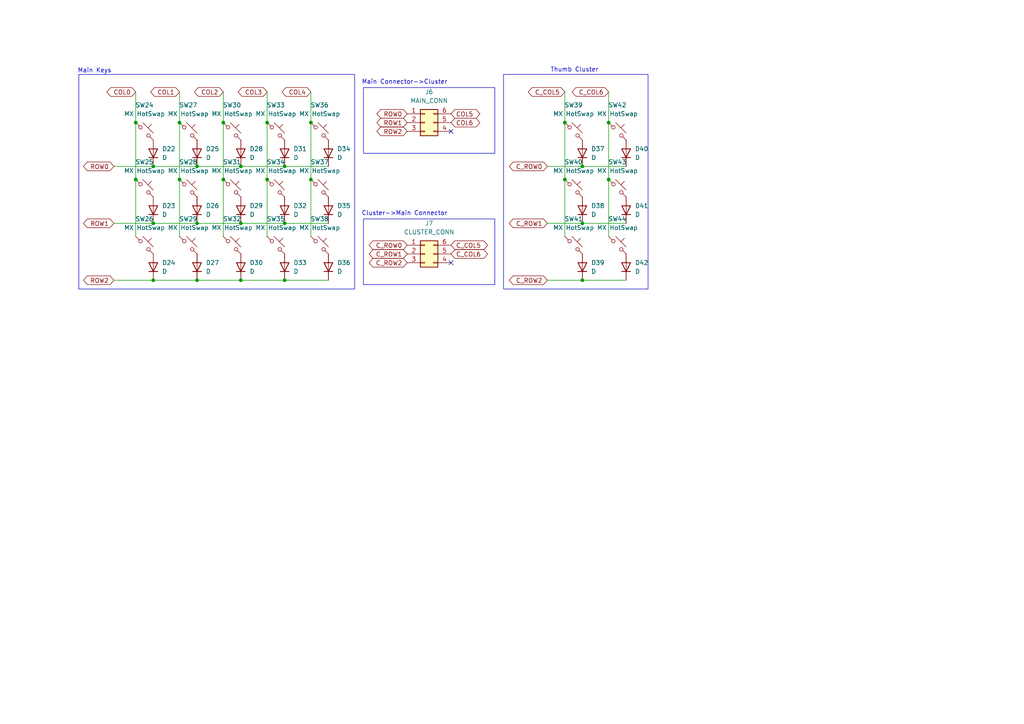
<source format=kicad_sch>
(kicad_sch (version 20250114) (generator "eeschema") (generator_version "9.0")
  (paper "A4")
  (lib_symbols
    (symbol "Connector_Generic:Conn_02x03_Counter_Clockwise" (pin_names (offset 1.016) (hide yes))
      (property "Reference" "J" (at 1.27 5.08 0))
      (property "Value" "Conn_02x03_Counter_Clockwise" (at 1.27 -5.08 0))
      (symbol "Conn_02x03_Counter_Clockwise_1_1"
        (rectangle (start -1.27 3.81) (end 3.81 -3.81) (stroke (width 0.254)) (fill (type background)))
        (rectangle (start -1.27 2.667) (end 0 2.413) (stroke (width 0.1524)))
        (rectangle (start -1.27 0.127) (end 0 -0.127) (stroke (width 0.1524)))
        (rectangle (start -1.27 -2.413) (end 0 -2.667) (stroke (width 0.1524)))
        (rectangle (start 3.81 2.667) (end 2.54 2.413) (stroke (width 0.1524)))
        (rectangle (start 3.81 0.127) (end 2.54 -0.127) (stroke (width 0.1524)))
        (rectangle (start 3.81 -2.413) (end 2.54 -2.667) (stroke (width 0.1524)))
        (pin passive line (at -5.08 2.54 0) (length 3.81) (name "Pin_1") (number "1"))
        (pin passive line (at -5.08 0 0) (length 3.81) (name "Pin_2") (number "2"))
        (pin passive line (at -5.08 -2.54 0) (length 3.81) (name "Pin_3") (number "3"))
        (pin passive line (at 7.62 2.54 180) (length 3.81) (name "Pin_6") (number "6"))
        (pin passive line (at 7.62 0 180) (length 3.81) (name "Pin_5") (number "5"))
        (pin passive line (at 7.62 -2.54 180) (length 3.81) (name "Pin_4") (number "4"))
      )
    )
    (symbol "Device:D" (pin_numbers (hide yes)) (pin_names (offset 1.016) (hide yes))
      (property "Reference" "D" (at 0 2.54 0))
      (property "Value" "D" (at 0 -2.54 0))
      (symbol "D_0_1"
        (polyline (pts (xy -1.27 1.27) (xy -1.27 -1.27)) (stroke (width 0.254)))
        (polyline (pts (xy 1.27 1.27) (xy 1.27 -1.27) (xy -1.27 0) (xy 1.27 1.27)) (stroke (width 0.254)))
        (polyline (pts (xy 1.27 0) (xy -1.27 0)))
      )
      (symbol "D_1_1"
        (pin passive line (at -3.81 0 0) (length 2.54) (name "K") (number "1"))
        (pin passive line (at 3.81 0 180) (length 2.54) (name "A") (number "2"))
      )
    )
    (symbol "Switch:SW_Push_45deg" (pin_numbers (hide yes)) (pin_names (offset 1.016) (hide yes))
      (property "Reference" "SW" (at 3.048 1.016 0))
      (property "Value" "SW_Push_45deg" (at 0 -3.81 0))
      (symbol "SW_Push_45deg_0_1"
        (polyline (pts (xy -2.54 2.54) (xy -1.524 1.524) (xy -1.524 1.524)))
        (circle (center -1.1684 1.1684) (radius 0.508))
        (polyline (pts (xy -0.508 2.54) (xy 2.54 -0.508)))
        (polyline (pts (xy 1.016 1.016) (xy 2.032 2.032)))
        (circle (center 1.143 -1.1938) (radius 0.508))
        (polyline (pts (xy 1.524 -1.524) (xy 2.54 -2.54) (xy 2.54 -2.54) (xy 2.54 -2.54)))
        (pin passive line (at -2.54 2.54 0) (length 0) (name "1") (number "1"))
        (pin passive line (at 2.54 -2.54 180) (length 0) (name "2") (number "2"))
      )
    )
  )
  (rectangle (start 105.41 25.4) (end 143.51 44.45))
  (rectangle (start 22.86 21.59) (end 102.87 83.82))
  (rectangle (start 146.05 21.59) (end 187.96 83.82))
  (rectangle (start 105.41 63.5) (end 143.51 82.55))
  (text "Main Keys\n" (at 27.432 20.574 0) (effects (font (size 1.27 1.27))))
  (text "Cluster->Main Connector" (at 117.348 61.976 0) (effects (font (size 1.27 1.27))))
  (text "Main Connector->Cluster" (at 117.348 23.876 0) (effects (font (size 1.27 1.27))))
  (text "Thumb Cluster" (at 166.624 20.32 0) (effects (font (size 1.27 1.27))))
  (junction (at 39.37 52.07))
  (junction (at 52.07 52.07))
  (junction (at 90.17 35.56))
  (junction (at 57.15 64.77))
  (junction (at 90.17 52.07))
  (junction (at 44.45 48.26))
  (junction (at 77.47 52.07))
  (junction (at 82.55 64.77))
  (junction (at 176.53 35.56))
  (junction (at 82.55 48.26))
  (junction (at 69.85 64.77))
  (junction (at 77.47 35.56))
  (junction (at 176.53 52.07))
  (junction (at 168.91 64.77))
  (junction (at 163.83 52.07))
  (junction (at 168.91 48.26))
  (junction (at 44.45 81.28))
  (junction (at 82.55 81.28))
  (junction (at 52.07 35.56))
  (junction (at 69.85 48.26))
  (junction (at 57.15 48.26))
  (junction (at 168.91 81.28))
  (junction (at 69.85 81.28))
  (junction (at 64.77 35.56))
  (junction (at 39.37 35.56))
  (junction (at 44.45 64.77))
  (junction (at 57.15 81.28))
  (junction (at 163.83 35.56))
  (junction (at 64.77 52.07))
  (no_connect (at 130.81 38.1))
  (no_connect (at 130.81 76.2))
  (wire (pts (xy 82.55 64.77) (xy 95.25 64.77)))
  (wire (pts (xy 163.83 35.56) (xy 163.83 52.07)))
  (wire (pts (xy 52.07 35.56) (xy 52.07 52.07)))
  (wire (pts (xy 57.15 48.26) (xy 69.85 48.26)))
  (wire (pts (xy 39.37 35.56) (xy 39.37 52.07)))
  (wire (pts (xy 90.17 26.67) (xy 90.17 35.56)))
  (wire (pts (xy 163.83 52.07) (xy 163.83 68.58)))
  (wire (pts (xy 90.17 52.07) (xy 90.17 68.58)))
  (wire (pts (xy 176.53 35.56) (xy 176.53 52.07)))
  (wire (pts (xy 44.45 48.26) (xy 57.15 48.26)))
  (wire (pts (xy 39.37 26.67) (xy 39.37 35.56)))
  (wire (pts (xy 158.75 81.28) (xy 168.91 81.28)))
  (wire (pts (xy 44.45 81.28) (xy 57.15 81.28)))
  (wire (pts (xy 57.15 64.77) (xy 69.85 64.77)))
  (wire (pts (xy 168.91 81.28) (xy 181.61 81.28)))
  (wire (pts (xy 77.47 26.67) (xy 77.47 35.56)))
  (wire (pts (xy 176.53 26.67) (xy 176.53 35.56)))
  (wire (pts (xy 90.17 35.56) (xy 90.17 52.07)))
  (wire (pts (xy 163.83 26.67) (xy 163.83 35.56)))
  (wire (pts (xy 77.47 52.07) (xy 77.47 68.58)))
  (wire (pts (xy 168.91 48.26) (xy 181.61 48.26)))
  (wire (pts (xy 57.15 81.28) (xy 69.85 81.28)))
  (wire (pts (xy 69.85 81.28) (xy 82.55 81.28)))
  (wire (pts (xy 44.45 64.77) (xy 57.15 64.77)))
  (wire (pts (xy 64.77 52.07) (xy 64.77 68.58)))
  (wire (pts (xy 33.02 48.26) (xy 44.45 48.26)))
  (wire (pts (xy 69.85 48.26) (xy 82.55 48.26)))
  (wire (pts (xy 52.07 52.07) (xy 52.07 68.58)))
  (wire (pts (xy 64.77 26.67) (xy 64.77 35.56)))
  (wire (pts (xy 176.53 52.07) (xy 176.53 68.58)))
  (wire (pts (xy 158.75 48.26) (xy 168.91 48.26)))
  (wire (pts (xy 64.77 35.56) (xy 64.77 52.07)))
  (wire (pts (xy 69.85 64.77) (xy 82.55 64.77)))
  (wire (pts (xy 33.02 64.77) (xy 44.45 64.77)))
  (wire (pts (xy 168.91 64.77) (xy 181.61 64.77)))
  (wire (pts (xy 77.47 35.56) (xy 77.47 52.07)))
  (wire (pts (xy 82.55 48.26) (xy 95.25 48.26)))
  (wire (pts (xy 39.37 52.07) (xy 39.37 68.58)))
  (wire (pts (xy 33.02 81.28) (xy 44.45 81.28)))
  (wire (pts (xy 82.55 81.28) (xy 95.25 81.28)))
  (wire (pts (xy 52.07 26.67) (xy 52.07 35.56)))
  (wire (pts (xy 158.75 64.77) (xy 168.91 64.77)))
  (global_label "C_ROW0" (shape bidirectional) (at 158.75 48.26 180) (property "Intersheetrefs" "${INTERSHEET_REFS}" (effects (hide yes))))
  (global_label "COL5" (shape bidirectional) (at 130.81 33.02 0) (property "Intersheetrefs" "${INTERSHEET_REFS}" (effects (hide yes))))
  (global_label "ROW0" (shape bidirectional) (at 118.11 33.02 180) (property "Intersheetrefs" "${INTERSHEET_REFS}" (effects (hide yes))))
  (global_label "COL4" (shape bidirectional) (at 90.17 26.67 180) (property "Intersheetrefs" "${INTERSHEET_REFS}" (effects (hide yes))))
  (global_label "ROW1" (shape bidirectional) (at 118.11 35.56 180) (property "Intersheetrefs" "${INTERSHEET_REFS}" (effects (hide yes))))
  (global_label "COL6" (shape bidirectional) (at 130.81 35.56 0) (property "Intersheetrefs" "${INTERSHEET_REFS}" (effects (hide yes))))
  (global_label "COL1" (shape bidirectional) (at 52.07 26.67 180) (property "Intersheetrefs" "${INTERSHEET_REFS}" (effects (hide yes))))
  (global_label "C_COL6" (shape bidirectional) (at 130.81 73.66 0) (property "Intersheetrefs" "${INTERSHEET_REFS}" (effects (hide yes))))
  (global_label "C_ROW2" (shape bidirectional) (at 158.75 81.28 180) (property "Intersheetrefs" "${INTERSHEET_REFS}" (effects (hide yes))))
  (global_label "C_ROW2" (shape bidirectional) (at 118.11 76.2 180) (property "Intersheetrefs" "${INTERSHEET_REFS}" (effects (hide yes))))
  (global_label "ROW2" (shape bidirectional) (at 33.02 81.28 180) (property "Intersheetrefs" "${INTERSHEET_REFS}" (effects (hide yes))))
  (global_label "COL0" (shape bidirectional) (at 39.37 26.67 180) (property "Intersheetrefs" "${INTERSHEET_REFS}" (effects (hide yes))))
  (global_label "COL2" (shape bidirectional) (at 64.77 26.67 180) (property "Intersheetrefs" "${INTERSHEET_REFS}" (effects (hide yes))))
  (global_label "C_COL5" (shape bidirectional) (at 130.81 71.12 0) (property "Intersheetrefs" "${INTERSHEET_REFS}" (effects (hide yes))))
  (global_label "C_ROW0" (shape bidirectional) (at 118.11 71.12 180) (property "Intersheetrefs" "${INTERSHEET_REFS}" (effects (hide yes))))
  (global_label "ROW2" (shape bidirectional) (at 118.11 38.1 180) (property "Intersheetrefs" "${INTERSHEET_REFS}" (effects (hide yes))))
  (global_label "C_COL6" (shape bidirectional) (at 176.53 26.67 180) (property "Intersheetrefs" "${INTERSHEET_REFS}" (effects (hide yes))))
  (global_label "C_COL5" (shape bidirectional) (at 163.83 26.67 180) (property "Intersheetrefs" "${INTERSHEET_REFS}" (effects (hide yes))))
  (global_label "COL3" (shape bidirectional) (at 77.47 26.67 180) (property "Intersheetrefs" "${INTERSHEET_REFS}" (effects (hide yes))))
  (global_label "C_ROW1" (shape bidirectional) (at 158.75 64.77 180) (property "Intersheetrefs" "${INTERSHEET_REFS}" (effects (hide yes))))
  (global_label "C_ROW1" (shape bidirectional) (at 118.11 73.66 180) (property "Intersheetrefs" "${INTERSHEET_REFS}" (effects (hide yes))))
  (global_label "ROW1" (shape bidirectional) (at 33.02 64.77 180) (property "Intersheetrefs" "${INTERSHEET_REFS}" (effects (hide yes))))
  (global_label "ROW0" (shape bidirectional) (at 33.02 48.26 180) (property "Intersheetrefs" "${INTERSHEET_REFS}" (effects (hide yes))))
  (symbol (lib_id "Device:D") (at 82.55 44.45 90) (unit 1)
    (property "Reference" "D31" (at 85.09 43.1799 90) (effects (justify right)))
    (property "Value" "D" (at 85.09 45.7199 90) (effects (justify right)))
    (property "Footprint" "Diode_SMD:D_0603_1608Metric_Pad1.05x0.95mm_HandSolder" (effects (hide yes)))
    (property "Description" "Diode" (effects (hide yes)))
    (property "Sim.Device" "D" (effects (hide yes)))
    (property "Sim.Pins" "1=K 2=A" (effects (hide yes)))
  )
  (symbol (lib_id "Device:D") (at 44.45 77.47 90) (unit 1)
    (property "Reference" "D24" (at 46.99 76.1999 90) (effects (justify right)))
    (property "Value" "D" (at 46.99 78.7399 90) (effects (justify right)))
    (property "Footprint" "Diode_SMD:D_0603_1608Metric_Pad1.05x0.95mm_HandSolder" (effects (hide yes)))
    (property "Description" "Diode" (effects (hide yes)))
    (property "Sim.Device" "D" (effects (hide yes)))
    (property "Sim.Pins" "1=K 2=A" (effects (hide yes)))
  )
  (symbol (lib_id "Switch:SW_Push_45deg") (at 166.37 54.61 0) (unit 1)
    (property "Reference" "SW40" (at 166.37 46.99 0))
    (property "Value" "MX HotSwap" (at 166.37 49.53 0))
    (property "Footprint" "MX_Hotswap:MX-Hotswap-2U" (effects (hide yes)))
    (property "Description" "Push button switch, normally open, two pins, 45° tilted" (effects (hide yes)))
  )
  (symbol (lib_id "Device:D") (at 44.45 60.96 90) (unit 1)
    (property "Reference" "D23" (at 46.99 59.6899 90) (effects (justify right)))
    (property "Value" "D" (at 46.99 62.2299 90) (effects (justify right)))
    (property "Footprint" "Diode_SMD:D_0603_1608Metric_Pad1.05x0.95mm_HandSolder" (effects (hide yes)))
    (property "Description" "Diode" (effects (hide yes)))
    (property "Sim.Device" "D" (effects (hide yes)))
    (property "Sim.Pins" "1=K 2=A" (effects (hide yes)))
  )
  (symbol (lib_id "Device:D") (at 181.61 77.47 90) (unit 1)
    (property "Reference" "D42" (at 184.15 76.1999 90) (effects (justify right)))
    (property "Value" "D" (at 184.15 78.7399 90) (effects (justify right)))
    (property "Footprint" "Diode_SMD:D_0603_1608Metric_Pad1.05x0.95mm_HandSolder" (effects (hide yes)))
    (property "Description" "Diode" (effects (hide yes)))
    (property "Sim.Device" "D" (effects (hide yes)))
    (property "Sim.Pins" "1=K 2=A" (effects (hide yes)))
  )
  (symbol (lib_id "Device:D") (at 69.85 44.45 90) (unit 1)
    (property "Reference" "D28" (at 72.39 43.1799 90) (effects (justify right)))
    (property "Value" "D" (at 72.39 45.7199 90) (effects (justify right)))
    (property "Footprint" "Diode_SMD:D_0603_1608Metric_Pad1.05x0.95mm_HandSolder" (effects (hide yes)))
    (property "Description" "Diode" (effects (hide yes)))
    (property "Sim.Device" "D" (effects (hide yes)))
    (property "Sim.Pins" "1=K 2=A" (effects (hide yes)))
  )
  (symbol (lib_id "Device:D") (at 181.61 44.45 90) (unit 1)
    (property "Reference" "D40" (at 184.15 43.1799 90) (effects (justify right)))
    (property "Value" "D" (at 184.15 45.7199 90) (effects (justify right)))
    (property "Footprint" "Diode_SMD:D_0603_1608Metric_Pad1.05x0.95mm_HandSolder" (effects (hide yes)))
    (property "Description" "Diode" (effects (hide yes)))
    (property "Sim.Device" "D" (effects (hide yes)))
    (property "Sim.Pins" "1=K 2=A" (effects (hide yes)))
  )
  (symbol (lib_id "Device:D") (at 57.15 77.47 90) (unit 1)
    (property "Reference" "D27" (at 59.69 76.1999 90) (effects (justify right)))
    (property "Value" "D" (at 59.69 78.7399 90) (effects (justify right)))
    (property "Footprint" "Diode_SMD:D_0603_1608Metric_Pad1.05x0.95mm_HandSolder" (effects (hide yes)))
    (property "Description" "Diode" (effects (hide yes)))
    (property "Sim.Device" "D" (effects (hide yes)))
    (property "Sim.Pins" "1=K 2=A" (effects (hide yes)))
  )
  (symbol (lib_id "Switch:SW_Push_45deg") (at 41.91 71.12 0) (unit 1)
    (property "Reference" "SW26" (at 41.91 63.5 0))
    (property "Value" "MX HotSwap" (at 41.91 66.04 0))
    (property "Footprint" "MX_Hotswap:MX-Hotswap-1U" (effects (hide yes)))
    (property "Description" "Push button switch, normally open, two pins, 45° tilted" (effects (hide yes)))
  )
  (symbol (lib_id "Switch:SW_Push_45deg") (at 166.37 38.1 0) (unit 1)
    (property "Reference" "SW39" (at 166.37 30.48 0))
    (property "Value" "MX HotSwap" (at 166.37 33.02 0))
    (property "Footprint" "MX_Hotswap:MX-Hotswap-1U" (effects (hide yes)))
    (property "Description" "Push button switch, normally open, two pins, 45° tilted" (effects (hide yes)))
  )
  (symbol (lib_id "Device:D") (at 82.55 77.47 90) (unit 1)
    (property "Reference" "D33" (at 85.09 76.1999 90) (effects (justify right)))
    (property "Value" "D" (at 85.09 78.7399 90) (effects (justify right)))
    (property "Footprint" "Diode_SMD:D_0603_1608Metric_Pad1.05x0.95mm_HandSolder" (effects (hide yes)))
    (property "Description" "Diode" (effects (hide yes)))
    (property "Sim.Device" "D" (effects (hide yes)))
    (property "Sim.Pins" "1=K 2=A" (effects (hide yes)))
  )
  (symbol (lib_id "Device:D") (at 69.85 77.47 90) (unit 1)
    (property "Reference" "D30" (at 72.39 76.1999 90) (effects (justify right)))
    (property "Value" "D" (at 72.39 78.7399 90) (effects (justify right)))
    (property "Footprint" "Diode_SMD:D_0603_1608Metric_Pad1.05x0.95mm_HandSolder" (effects (hide yes)))
    (property "Description" "Diode" (effects (hide yes)))
    (property "Sim.Device" "D" (effects (hide yes)))
    (property "Sim.Pins" "1=K 2=A" (effects (hide yes)))
  )
  (symbol (lib_id "Switch:SW_Push_45deg") (at 179.07 71.12 0) (unit 1)
    (property "Reference" "SW44" (at 179.07 63.5 0))
    (property "Value" "MX HotSwap" (at 179.07 66.04 0))
    (property "Footprint" "MX_Hotswap:MX-Hotswap-1U" (effects (hide yes)))
    (property "Description" "Push button switch, normally open, two pins, 45° tilted" (effects (hide yes)))
  )
  (symbol (lib_id "Device:D") (at 168.91 60.96 90) (unit 1)
    (property "Reference" "D38" (at 171.45 59.6899 90) (effects (justify right)))
    (property "Value" "D" (at 171.45 62.2299 90) (effects (justify right)))
    (property "Footprint" "Diode_SMD:D_0603_1608Metric_Pad1.05x0.95mm_HandSolder" (effects (hide yes)))
    (property "Description" "Diode" (effects (hide yes)))
    (property "Sim.Device" "D" (effects (hide yes)))
    (property "Sim.Pins" "1=K 2=A" (effects (hide yes)))
  )
  (symbol (lib_id "Switch:SW_Push_45deg") (at 92.71 38.1 0) (unit 1)
    (property "Reference" "SW36" (at 92.71 30.48 0))
    (property "Value" "MX HotSwap" (at 92.71 33.02 0))
    (property "Footprint" "MX_Hotswap:MX-Hotswap-1U" (effects (hide yes)))
    (property "Description" "Push button switch, normally open, two pins, 45° tilted" (effects (hide yes)))
  )
  (symbol (lib_id "Switch:SW_Push_45deg") (at 41.91 54.61 0) (unit 1)
    (property "Reference" "SW25" (at 41.91 46.99 0))
    (property "Value" "MX HotSwap" (at 41.91 49.53 0))
    (property "Footprint" "MX_Hotswap:MX-Hotswap-1U" (effects (hide yes)))
    (property "Description" "Push button switch, normally open, two pins, 45° tilted" (effects (hide yes)))
  )
  (symbol (lib_id "Switch:SW_Push_45deg") (at 67.31 38.1 0) (unit 1)
    (property "Reference" "SW30" (at 67.31 30.48 0))
    (property "Value" "MX HotSwap" (at 67.31 33.02 0))
    (property "Footprint" "MX_Hotswap:MX-Hotswap-1U" (effects (hide yes)))
    (property "Description" "Push button switch, normally open, two pins, 45° tilted" (effects (hide yes)))
  )
  (symbol (lib_id "Switch:SW_Push_45deg") (at 80.01 54.61 0) (unit 1)
    (property "Reference" "SW34" (at 80.01 46.99 0))
    (property "Value" "MX HotSwap" (at 80.01 49.53 0))
    (property "Footprint" "MX_Hotswap:MX-Hotswap-1U" (effects (hide yes)))
    (property "Description" "Push button switch, normally open, two pins, 45° tilted" (effects (hide yes)))
  )
  (symbol (lib_id "Device:D") (at 168.91 44.45 90) (unit 1)
    (property "Reference" "D37" (at 171.45 43.1799 90) (effects (justify right)))
    (property "Value" "D" (at 171.45 45.7199 90) (effects (justify right)))
    (property "Footprint" "Diode_SMD:D_0603_1608Metric_Pad1.05x0.95mm_HandSolder" (effects (hide yes)))
    (property "Description" "Diode" (effects (hide yes)))
    (property "Sim.Device" "D" (effects (hide yes)))
    (property "Sim.Pins" "1=K 2=A" (effects (hide yes)))
  )
  (symbol (lib_id "Device:D") (at 82.55 60.96 90) (unit 1)
    (property "Reference" "D32" (at 85.09 59.6899 90) (effects (justify right)))
    (property "Value" "D" (at 85.09 62.2299 90) (effects (justify right)))
    (property "Footprint" "Diode_SMD:D_0603_1608Metric_Pad1.05x0.95mm_HandSolder" (effects (hide yes)))
    (property "Description" "Diode" (effects (hide yes)))
    (property "Sim.Device" "D" (effects (hide yes)))
    (property "Sim.Pins" "1=K 2=A" (effects (hide yes)))
  )
  (symbol (lib_id "Device:D") (at 57.15 44.45 90) (unit 1)
    (property "Reference" "D25" (at 59.69 43.1799 90) (effects (justify right)))
    (property "Value" "D" (at 59.69 45.7199 90) (effects (justify right)))
    (property "Footprint" "Diode_SMD:D_0603_1608Metric_Pad1.05x0.95mm_HandSolder" (effects (hide yes)))
    (property "Description" "Diode" (effects (hide yes)))
    (property "Sim.Device" "D" (effects (hide yes)))
    (property "Sim.Pins" "1=K 2=A" (effects (hide yes)))
  )
  (symbol (lib_id "Switch:SW_Push_45deg") (at 92.71 54.61 0) (unit 1)
    (property "Reference" "SW37" (at 92.71 46.99 0))
    (property "Value" "MX HotSwap" (at 92.71 49.53 0))
    (property "Footprint" "MX_Hotswap:MX-Hotswap-1U" (effects (hide yes)))
    (property "Description" "Push button switch, normally open, two pins, 45° tilted" (effects (hide yes)))
  )
  (symbol (lib_id "Device:D") (at 44.45 44.45 90) (unit 1)
    (property "Reference" "D22" (at 46.99 43.1799 90) (effects (justify right)))
    (property "Value" "D" (at 46.99 45.7199 90) (effects (justify right)))
    (property "Footprint" "Diode_SMD:D_0603_1608Metric_Pad1.05x0.95mm_HandSolder" (effects (hide yes)))
    (property "Description" "Diode" (effects (hide yes)))
    (property "Sim.Device" "D" (effects (hide yes)))
    (property "Sim.Pins" "1=K 2=A" (effects (hide yes)))
  )
  (symbol (lib_id "Switch:SW_Push_45deg") (at 166.37 71.12 0) (unit 1)
    (property "Reference" "SW41" (at 166.37 63.5 0))
    (property "Value" "MX HotSwap" (at 166.37 66.04 0))
    (property "Footprint" "MX_Hotswap:MX-Hotswap-2U" (effects (hide yes)))
    (property "Description" "Push button switch, normally open, two pins, 45° tilted" (effects (hide yes)))
  )
  (symbol (lib_id "Device:D") (at 95.25 77.47 90) (unit 1)
    (property "Reference" "D36" (at 97.79 76.1999 90) (effects (justify right)))
    (property "Value" "D" (at 97.79 78.7399 90) (effects (justify right)))
    (property "Footprint" "Diode_SMD:D_0603_1608Metric_Pad1.05x0.95mm_HandSolder" (effects (hide yes)))
    (property "Description" "Diode" (effects (hide yes)))
    (property "Sim.Device" "D" (effects (hide yes)))
    (property "Sim.Pins" "1=K 2=A" (effects (hide yes)))
  )
  (symbol (lib_id "Device:D") (at 95.25 60.96 90) (unit 1)
    (property "Reference" "D35" (at 97.79 59.6899 90) (effects (justify right)))
    (property "Value" "D" (at 97.79 62.2299 90) (effects (justify right)))
    (property "Footprint" "Diode_SMD:D_0603_1608Metric_Pad1.05x0.95mm_HandSolder" (effects (hide yes)))
    (property "Description" "Diode" (effects (hide yes)))
    (property "Sim.Device" "D" (effects (hide yes)))
    (property "Sim.Pins" "1=K 2=A" (effects (hide yes)))
  )
  (symbol (lib_id "Connector_Generic:Conn_02x03_Counter_Clockwise") (at 123.19 35.56 0) (unit 1)
    (property "Reference" "J6" (at 124.46 26.67 0))
    (property "Value" "MAIN_CONN" (at 124.46 29.21 0))
    (property "Footprint" "Connector_IDC:IDC-Header_2x03_P2.54mm_Horizontal" (effects (hide yes)))
    (property "Description" "Generic connector, double row, 02x03, counter clockwise pin numbering scheme (similar to DIP package numbering), script generated (kicad-library-utils/schlib/autogen/connector/)" (effects (hide yes)))
  )
  (symbol (lib_id "Switch:SW_Push_45deg") (at 67.31 54.61 0) (unit 1)
    (property "Reference" "SW31" (at 67.31 46.99 0))
    (property "Value" "MX HotSwap" (at 67.31 49.53 0))
    (property "Footprint" "MX_Hotswap:MX-Hotswap-1U" (effects (hide yes)))
    (property "Description" "Push button switch, normally open, two pins, 45° tilted" (effects (hide yes)))
  )
  (symbol (lib_id "Device:D") (at 69.85 60.96 90) (unit 1)
    (property "Reference" "D29" (at 72.39 59.6899 90) (effects (justify right)))
    (property "Value" "D" (at 72.39 62.2299 90) (effects (justify right)))
    (property "Footprint" "Diode_SMD:D_0603_1608Metric_Pad1.05x0.95mm_HandSolder" (effects (hide yes)))
    (property "Description" "Diode" (effects (hide yes)))
    (property "Sim.Device" "D" (effects (hide yes)))
    (property "Sim.Pins" "1=K 2=A" (effects (hide yes)))
  )
  (symbol (lib_id "Switch:SW_Push_45deg") (at 67.31 71.12 0) (unit 1)
    (property "Reference" "SW32" (at 67.31 63.5 0))
    (property "Value" "MX HotSwap" (at 67.31 66.04 0))
    (property "Footprint" "MX_Hotswap:MX-Hotswap-1U" (effects (hide yes)))
    (property "Description" "Push button switch, normally open, two pins, 45° tilted" (effects (hide yes)))
  )
  (symbol (lib_id "Device:D") (at 181.61 60.96 90) (unit 1)
    (property "Reference" "D41" (at 184.15 59.6899 90) (effects (justify right)))
    (property "Value" "D" (at 184.15 62.2299 90) (effects (justify right)))
    (property "Footprint" "Diode_SMD:D_0603_1608Metric_Pad1.05x0.95mm_HandSolder" (effects (hide yes)))
    (property "Description" "Diode" (effects (hide yes)))
    (property "Sim.Device" "D" (effects (hide yes)))
    (property "Sim.Pins" "1=K 2=A" (effects (hide yes)))
  )
  (symbol (lib_id "Switch:SW_Push_45deg") (at 80.01 71.12 0) (unit 1)
    (property "Reference" "SW35" (at 80.01 63.5 0))
    (property "Value" "MX HotSwap" (at 80.01 66.04 0))
    (property "Footprint" "MX_Hotswap:MX-Hotswap-1U" (effects (hide yes)))
    (property "Description" "Push button switch, normally open, two pins, 45° tilted" (effects (hide yes)))
  )
  (symbol (lib_id "Device:D") (at 57.15 60.96 90) (unit 1)
    (property "Reference" "D26" (at 59.69 59.6899 90) (effects (justify right)))
    (property "Value" "D" (at 59.69 62.2299 90) (effects (justify right)))
    (property "Footprint" "Diode_SMD:D_0603_1608Metric_Pad1.05x0.95mm_HandSolder" (effects (hide yes)))
    (property "Description" "Diode" (effects (hide yes)))
    (property "Sim.Device" "D" (effects (hide yes)))
    (property "Sim.Pins" "1=K 2=A" (effects (hide yes)))
  )
  (symbol (lib_id "Switch:SW_Push_45deg") (at 54.61 38.1 0) (unit 1)
    (property "Reference" "SW27" (at 54.61 30.48 0))
    (property "Value" "MX HotSwap" (at 54.61 33.02 0))
    (property "Footprint" "MX_Hotswap:MX-Hotswap-1U" (effects (hide yes)))
    (property "Description" "Push button switch, normally open, two pins, 45° tilted" (effects (hide yes)))
  )
  (symbol (lib_id "Device:D") (at 168.91 77.47 90) (unit 1)
    (property "Reference" "D39" (at 171.45 76.1999 90) (effects (justify right)))
    (property "Value" "D" (at 171.45 78.7399 90) (effects (justify right)))
    (property "Footprint" "Diode_SMD:D_0603_1608Metric_Pad1.05x0.95mm_HandSolder" (effects (hide yes)))
    (property "Description" "Diode" (effects (hide yes)))
    (property "Sim.Device" "D" (effects (hide yes)))
    (property "Sim.Pins" "1=K 2=A" (effects (hide yes)))
  )
  (symbol (lib_id "Switch:SW_Push_45deg") (at 54.61 71.12 0) (unit 1)
    (property "Reference" "SW29" (at 54.61 63.5 0))
    (property "Value" "MX HotSwap" (at 54.61 66.04 0))
    (property "Footprint" "MX_Hotswap:MX-Hotswap-1U" (effects (hide yes)))
    (property "Description" "Push button switch, normally open, two pins, 45° tilted" (effects (hide yes)))
  )
  (symbol (lib_id "Switch:SW_Push_45deg") (at 179.07 54.61 0) (unit 1)
    (property "Reference" "SW43" (at 179.07 46.99 0))
    (property "Value" "MX HotSwap" (at 179.07 49.53 0))
    (property "Footprint" "MX_Hotswap:MX-Hotswap-1U" (effects (hide yes)))
    (property "Description" "Push button switch, normally open, two pins, 45° tilted" (effects (hide yes)))
  )
  (symbol (lib_id "Switch:SW_Push_45deg") (at 54.61 54.61 0) (unit 1)
    (property "Reference" "SW28" (at 54.61 46.99 0))
    (property "Value" "MX HotSwap" (at 54.61 49.53 0))
    (property "Footprint" "MX_Hotswap:MX-Hotswap-1U" (effects (hide yes)))
    (property "Description" "Push button switch, normally open, two pins, 45° tilted" (effects (hide yes)))
  )
  (symbol (lib_id "Switch:SW_Push_45deg") (at 92.71 71.12 0) (unit 1)
    (property "Reference" "SW38" (at 92.71 63.5 0))
    (property "Value" "MX HotSwap" (at 92.71 66.04 0))
    (property "Footprint" "MX_Hotswap:MX-Hotswap-1U" (effects (hide yes)))
    (property "Description" "Push button switch, normally open, two pins, 45° tilted" (effects (hide yes)))
  )
  (symbol (lib_id "Switch:SW_Push_45deg") (at 41.91 38.1 0) (unit 1)
    (property "Reference" "SW24" (at 41.91 30.48 0))
    (property "Value" "MX HotSwap" (at 41.91 33.02 0))
    (property "Footprint" "MX_Hotswap:MX-Hotswap-1U" (effects (hide yes)))
    (property "Description" "Push button switch, normally open, two pins, 45° tilted" (effects (hide yes)))
  )
  (symbol (lib_id "Switch:SW_Push_45deg") (at 80.01 38.1 0) (unit 1)
    (property "Reference" "SW33" (at 80.01 30.48 0))
    (property "Value" "MX HotSwap" (at 80.01 33.02 0))
    (property "Footprint" "MX_Hotswap:MX-Hotswap-1U" (effects (hide yes)))
    (property "Description" "Push button switch, normally open, two pins, 45° tilted" (effects (hide yes)))
  )
  (symbol (lib_id "Switch:SW_Push_45deg") (at 179.07 38.1 0) (unit 1)
    (property "Reference" "SW42" (at 179.07 30.48 0))
    (property "Value" "MX HotSwap" (at 179.07 33.02 0))
    (property "Footprint" "MX_Hotswap:MX-Hotswap-1U" (effects (hide yes)))
    (property "Description" "Push button switch, normally open, two pins, 45° tilted" (effects (hide yes)))
  )
  (symbol (lib_id "Connector_Generic:Conn_02x03_Counter_Clockwise") (at 123.19 73.66 0) (unit 1)
    (property "Reference" "J7" (at 124.46 64.77 0))
    (property "Value" "CLUSTER_CONN" (at 124.46 67.31 0))
    (property "Footprint" "Connector_IDC:IDC-Header_2x03_P2.54mm_Horizontal" (effects (hide yes)))
    (property "Description" "Generic connector, double row, 02x03, counter clockwise pin numbering scheme (similar to DIP package numbering), script generated (kicad-library-utils/schlib/autogen/connector/)" (effects (hide yes)))
  )
  (symbol (lib_id "Device:D") (at 95.25 44.45 90) (unit 1)
    (property "Reference" "D34" (at 97.79 43.1799 90) (effects (justify right)))
    (property "Value" "D" (at 97.79 45.7199 90) (effects (justify right)))
    (property "Footprint" "Diode_SMD:D_0603_1608Metric_Pad1.05x0.95mm_HandSolder" (effects (hide yes)))
    (property "Description" "Diode" (effects (hide yes)))
    (property "Sim.Device" "D" (effects (hide yes)))
    (property "Sim.Pins" "1=K 2=A" (effects (hide yes)))
  )
)
</source>
